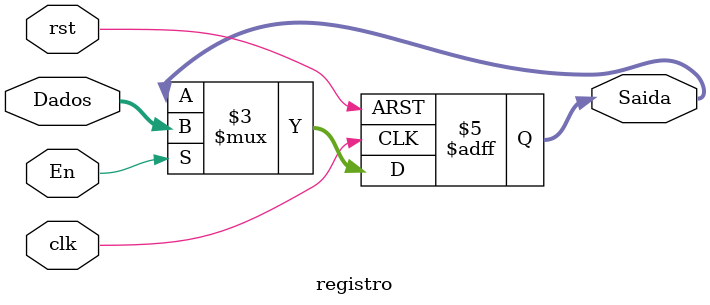
<source format=v>
module registro(Dados, clk, rst, En, Saida); 

input wire [5:0] Dados;
input wire clk, rst, En;
output reg [5:0] Saida;

always @ (posedge clk or negedge rst)
	if(!rst) 
		Saida <= 0;
	else 
		if (En)			
				Saida <= Dados;
			
endmodule 
</source>
